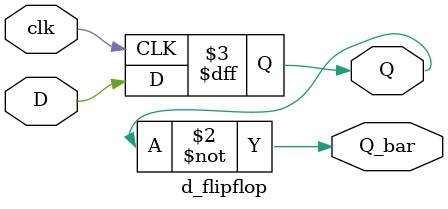
<source format=v>
module d_flipflop ( D , Q, clk ,Q_bar);

	input D;
	wire D;
	input clk;
	wire clk;
	output Q;
	reg Q;
	output Q_bar;
	wire Q_bar;
	
	always @(posedge clk)	 
		begin
			Q = D;
		end	
		
	assign Q_bar = ~Q;


endmodule
</source>
